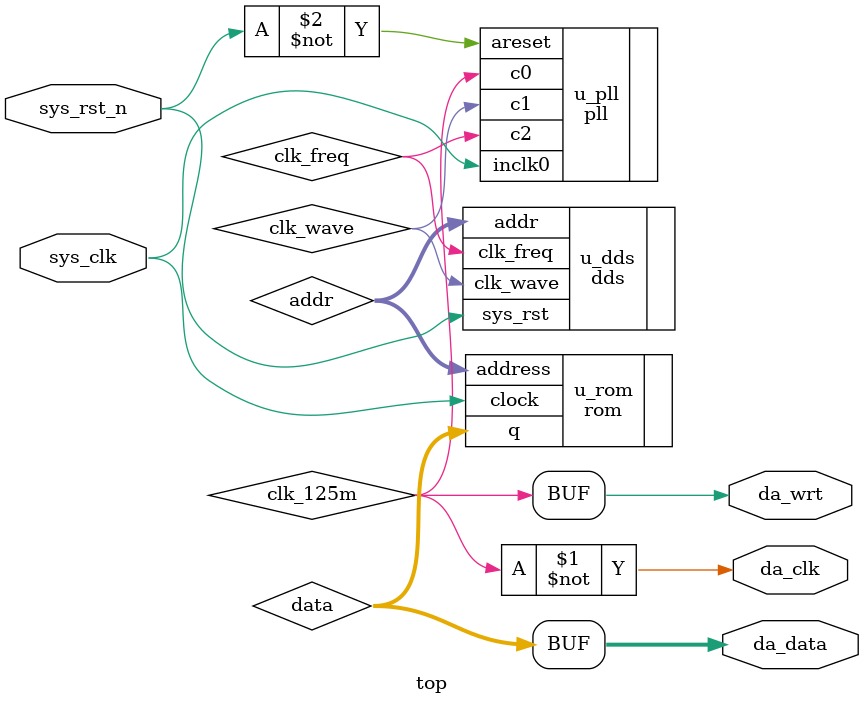
<source format=v>
module top(
    input               sys_clk,
    input               sys_rst_n,
    output              da_clk,
    output              da_wrt,
    output      [13:0]  da_data
);

wire            clk_125m;
wire            clk_wave;
wire            clk_freq;
wire    [13:0]  data;
wire    [13:0]  addr;


assign da_data = data;
assign da_clk = ~clk_125m;
assign da_wrt = clk_125m;


pll u_pll(
    .areset     (~sys_rst_n),
    .inclk0     (sys_clk),
    .c0         (clk_125m),
    .c1         (clk_wave),
    .c2         (clk_freq)
);

rom u_rom(
    .clock      (sys_clk),
    .address    (addr),
    .q          (data)
);

dds u_dds(
    .clk_wave   (clk_wave),
    .clk_freq   (clk_freq),
    .sys_rst    (sys_rst_n),
    .addr       (addr)
);

endmodule
</source>
